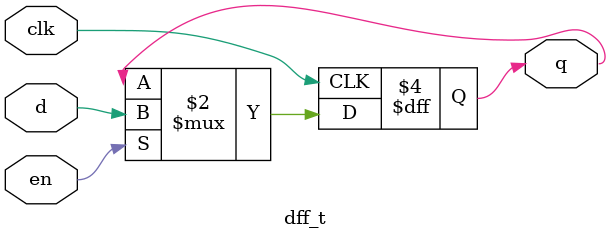
<source format=v>
module top_module (
    input clk,
    input enable,
    input S,
    input A, B, C,
    output Z ); 

    wire [2:0] sel;
    wire [7:0] Q;
    
    sr8b ins10(clk, enable, S, Q);
    
    assign sel = {A,B,C};
    always @(*)
        case(sel)
            3'd0: Z = Q[0];
            3'd1: Z = Q[1];
            3'd2: Z = Q[2];
            3'd3: Z = Q[3];
            3'd4: Z = Q[4];
            3'd5: Z = Q[5];
            3'd6: Z = Q[6];
            3'd7: Z = Q[7];
            default: Z = 1'b0;
        endcase
    
endmodule

module sr8b(
    input clk,
    input en,
    input S,
    output [7:0] q);
    
    dff_t ins1(clk, en, S, q[0]);
    dff_t ins2(clk, en, q[0], q[1]);
    dff_t ins3(clk, en, q[1], q[2]);
    dff_t ins4(clk, en, q[2], q[3]);
    dff_t ins5(clk, en, q[3], q[4]);
    dff_t ins6(clk, en, q[4], q[5]);
    dff_t ins7(clk, en, q[5], q[6]);
    dff_t ins8(clk, en, q[6], q[7]);
    
endmodule

module dff_t(
    input clk,
    input en,
    input d,
    output q);
    
    always @(posedge clk)
        if(en)
            q <= d;
endmodule

</source>
